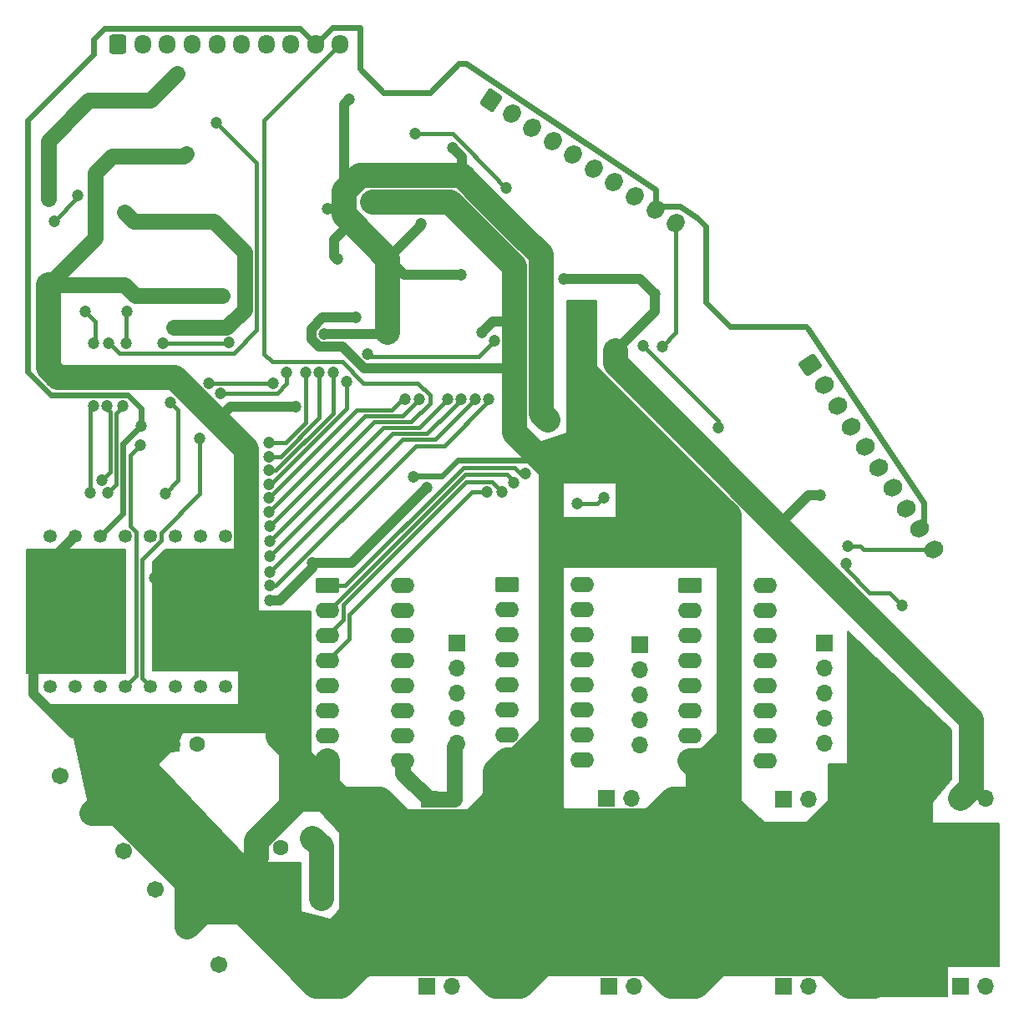
<source format=gbr>
%TF.GenerationSoftware,KiCad,Pcbnew,9.0.0*%
%TF.CreationDate,2025-12-15T13:56:06-05:00*%
%TF.ProjectId,LightDisc,4c696768-7444-4697-9363-2e6b69636164,rev?*%
%TF.SameCoordinates,Original*%
%TF.FileFunction,Copper,L2,Bot*%
%TF.FilePolarity,Positive*%
%FSLAX46Y46*%
G04 Gerber Fmt 4.6, Leading zero omitted, Abs format (unit mm)*
G04 Created by KiCad (PCBNEW 9.0.0) date 2025-12-15 13:56:06*
%MOMM*%
%LPD*%
G01*
G04 APERTURE LIST*
G04 Aperture macros list*
%AMRoundRect*
0 Rectangle with rounded corners*
0 $1 Rounding radius*
0 $2 $3 $4 $5 $6 $7 $8 $9 X,Y pos of 4 corners*
0 Add a 4 corners polygon primitive as box body*
4,1,4,$2,$3,$4,$5,$6,$7,$8,$9,$2,$3,0*
0 Add four circle primitives for the rounded corners*
1,1,$1+$1,$2,$3*
1,1,$1+$1,$4,$5*
1,1,$1+$1,$6,$7*
1,1,$1+$1,$8,$9*
0 Add four rect primitives between the rounded corners*
20,1,$1+$1,$2,$3,$4,$5,0*
20,1,$1+$1,$4,$5,$6,$7,0*
20,1,$1+$1,$6,$7,$8,$9,0*
20,1,$1+$1,$8,$9,$2,$3,0*%
%AMHorizOval*
0 Thick line with rounded ends*
0 $1 width*
0 $2 $3 position (X,Y) of the first rounded end (center of the circle)*
0 $4 $5 position (X,Y) of the second rounded end (center of the circle)*
0 Add line between two ends*
20,1,$1,$2,$3,$4,$5,0*
0 Add two circle primitives to create the rounded ends*
1,1,$1,$2,$3*
1,1,$1,$4,$5*%
G04 Aperture macros list end*
%TA.AperFunction,Conductor*%
%ADD10C,0.200000*%
%TD*%
%TA.AperFunction,ComponentPad*%
%ADD11RoundRect,0.250000X-0.600000X-0.725000X0.600000X-0.725000X0.600000X0.725000X-0.600000X0.725000X0*%
%TD*%
%TA.AperFunction,ComponentPad*%
%ADD12O,1.700000X1.950000*%
%TD*%
%TA.AperFunction,ComponentPad*%
%ADD13RoundRect,0.250000X-0.901392X-0.270402X0.097057X-0.936058X0.901392X0.270402X-0.097057X0.936058X0*%
%TD*%
%TA.AperFunction,ComponentPad*%
%ADD14HorizOval,1.700000X-0.069339X-0.104005X0.069339X0.104005X0*%
%TD*%
%TA.AperFunction,ComponentPad*%
%ADD15RoundRect,0.250000X-0.936060X0.097041X-0.270386X-0.901397X0.936060X-0.097041X0.270386X0.901397X0*%
%TD*%
%TA.AperFunction,ComponentPad*%
%ADD16HorizOval,1.700000X-0.104004X-0.069341X0.104004X0.069341X0*%
%TD*%
%TA.AperFunction,ComponentPad*%
%ADD17R,1.700000X1.700000*%
%TD*%
%TA.AperFunction,ComponentPad*%
%ADD18O,1.700000X1.700000*%
%TD*%
%TA.AperFunction,ComponentPad*%
%ADD19C,1.701800*%
%TD*%
%TA.AperFunction,ComponentPad*%
%ADD20RoundRect,0.250000X-0.950000X-0.550000X0.950000X-0.550000X0.950000X0.550000X-0.950000X0.550000X0*%
%TD*%
%TA.AperFunction,ComponentPad*%
%ADD21O,2.400000X1.600000*%
%TD*%
%TA.AperFunction,ComponentPad*%
%ADD22C,1.348000*%
%TD*%
%TA.AperFunction,ComponentPad*%
%ADD23R,1.600000X1.600000*%
%TD*%
%TA.AperFunction,ComponentPad*%
%ADD24C,1.600000*%
%TD*%
%TA.AperFunction,ViaPad*%
%ADD25C,1.200000*%
%TD*%
%TA.AperFunction,Conductor*%
%ADD26C,0.400000*%
%TD*%
%TA.AperFunction,Conductor*%
%ADD27C,1.000000*%
%TD*%
%TA.AperFunction,Conductor*%
%ADD28C,2.500000*%
%TD*%
%TA.AperFunction,Conductor*%
%ADD29C,1.600000*%
%TD*%
%TA.AperFunction,Conductor*%
%ADD30C,0.600000*%
%TD*%
G04 APERTURE END LIST*
D10*
%TO.N,GND*%
X132250000Y-86250000D02*
X122250000Y-86250000D01*
X122250000Y-73750000D01*
X132250000Y-73750000D01*
X132250000Y-86250000D01*
%TA.AperFunction,Conductor*%
G36*
X132250000Y-86250000D02*
G01*
X122250000Y-86250000D01*
X122250000Y-73750000D01*
X132250000Y-73750000D01*
X132250000Y-86250000D01*
G37*
%TD.AperFunction*%
X143750000Y-80000000D02*
X151000000Y-80000000D01*
X151000000Y-95250000D01*
X146250000Y-91250000D01*
X143750000Y-89500000D01*
X143750000Y-86000000D01*
X135000000Y-86000000D01*
X135000000Y-75000000D01*
X136250000Y-73750000D01*
X143750000Y-73750000D01*
X143750000Y-80000000D01*
%TA.AperFunction,Conductor*%
G36*
X143750000Y-80000000D02*
G01*
X151000000Y-80000000D01*
X151000000Y-95250000D01*
X146250000Y-91250000D01*
X143750000Y-89500000D01*
X143750000Y-86000000D01*
X135000000Y-86000000D01*
X135000000Y-75000000D01*
X136250000Y-73750000D01*
X143750000Y-73750000D01*
X143750000Y-80000000D01*
G37*
%TD.AperFunction*%
X147000000Y-92250000D02*
X138000000Y-92250000D01*
X137750000Y-93000000D01*
X127000000Y-92250000D01*
X124250000Y-89500000D01*
X147000000Y-89500000D01*
X147000000Y-92250000D01*
%TA.AperFunction,Conductor*%
G36*
X147000000Y-92250000D02*
G01*
X138000000Y-92250000D01*
X137750000Y-93000000D01*
X127000000Y-92250000D01*
X124250000Y-89500000D01*
X147000000Y-89500000D01*
X147000000Y-92250000D01*
G37*
%TD.AperFunction*%
X216000000Y-92000000D02*
X216000000Y-97000000D01*
X213500000Y-100000000D01*
X203500000Y-100000000D01*
X203500000Y-95500000D01*
X205500000Y-95500000D01*
X205500000Y-82000000D01*
X216000000Y-92000000D01*
%TA.AperFunction,Conductor*%
G36*
X216000000Y-92000000D02*
G01*
X216000000Y-97000000D01*
X213500000Y-100000000D01*
X203500000Y-100000000D01*
X203500000Y-95500000D01*
X205500000Y-95500000D01*
X205500000Y-82000000D01*
X216000000Y-92000000D01*
G37*
%TD.AperFunction*%
X180000000Y-54000000D02*
X177000000Y-54000000D01*
X177000000Y-48500000D01*
X180000000Y-48500000D01*
X180000000Y-54000000D01*
%TA.AperFunction,Conductor*%
G36*
X180000000Y-54000000D02*
G01*
X177000000Y-54000000D01*
X177000000Y-48500000D01*
X180000000Y-48500000D01*
X180000000Y-54000000D01*
G37*
%TD.AperFunction*%
X180000000Y-56500000D02*
X193000000Y-70500000D01*
X193000000Y-75500000D01*
X176000000Y-75500000D01*
X176000000Y-70500000D01*
X182000000Y-70500000D01*
X182000000Y-67000000D01*
X176000000Y-67000000D01*
X174000000Y-63000000D01*
X177000000Y-62000000D01*
X177000000Y-54000000D01*
X180000000Y-54000000D01*
X180000000Y-56500000D01*
%TA.AperFunction,Conductor*%
G36*
X180000000Y-56500000D02*
G01*
X193000000Y-70500000D01*
X193000000Y-75500000D01*
X176000000Y-75500000D01*
X176000000Y-70500000D01*
X182000000Y-70500000D01*
X182000000Y-67000000D01*
X176000000Y-67000000D01*
X174000000Y-63000000D01*
X177000000Y-62000000D01*
X177000000Y-54000000D01*
X180000000Y-54000000D01*
X180000000Y-56500000D01*
G37*
%TD.AperFunction*%
X214000000Y-101500000D02*
X220750000Y-101500000D01*
X220750000Y-116000000D01*
X215500000Y-116000000D01*
X215500000Y-119000000D01*
X208500000Y-119000000D01*
X209000000Y-118000000D01*
X208500000Y-117000000D01*
X205000000Y-117000000D01*
X202000000Y-114000000D01*
X202000000Y-106000000D01*
X208500000Y-100000000D01*
X209000000Y-98000000D01*
X214000000Y-93500000D01*
X214000000Y-101500000D01*
%TA.AperFunction,Conductor*%
G36*
X214000000Y-101500000D02*
G01*
X220750000Y-101500000D01*
X220750000Y-116000000D01*
X215500000Y-116000000D01*
X215500000Y-119000000D01*
X208500000Y-119000000D01*
X209000000Y-118000000D01*
X208500000Y-117000000D01*
X205000000Y-117000000D01*
X202000000Y-114000000D01*
X202000000Y-106000000D01*
X208500000Y-100000000D01*
X209000000Y-98000000D01*
X214000000Y-93500000D01*
X214000000Y-101500000D01*
G37*
%TD.AperFunction*%
X128500000Y-99500000D02*
X127000000Y-92500000D01*
X135500000Y-92500000D01*
X128500000Y-99500000D01*
%TA.AperFunction,Conductor*%
G36*
X128500000Y-99500000D02*
G01*
X127000000Y-92500000D01*
X135500000Y-92500000D01*
X128500000Y-99500000D01*
G37*
%TD.AperFunction*%
X144500000Y-105000000D02*
X140000000Y-110000000D01*
X130500000Y-99500000D01*
X135000000Y-95000000D01*
X144500000Y-105000000D01*
%TA.AperFunction,Conductor*%
G36*
X144500000Y-105000000D02*
G01*
X140000000Y-110000000D01*
X130500000Y-99500000D01*
X135000000Y-95000000D01*
X144500000Y-105000000D01*
G37*
%TD.AperFunction*%
X150000000Y-110500000D02*
X154000000Y-111500000D01*
X149500000Y-116000000D01*
X142000000Y-109500000D01*
X145500000Y-105500000D01*
X150000000Y-105500000D01*
X150000000Y-110500000D01*
%TA.AperFunction,Conductor*%
G36*
X150000000Y-110500000D02*
G01*
X154000000Y-111500000D01*
X149500000Y-116000000D01*
X142000000Y-109500000D01*
X145500000Y-105500000D01*
X150000000Y-105500000D01*
X150000000Y-110500000D01*
G37*
%TD.AperFunction*%
X197800000Y-102100000D02*
X194200000Y-102000000D01*
X194100000Y-98800000D01*
X197800000Y-102100000D01*
%TA.AperFunction,Conductor*%
G36*
X197800000Y-102100000D02*
G01*
X194200000Y-102000000D01*
X194100000Y-98800000D01*
X197800000Y-102100000D01*
G37*
%TD.AperFunction*%
X190400000Y-102200000D02*
X201600000Y-103000000D01*
X201900000Y-115300000D01*
X190400000Y-117000000D01*
X188400000Y-117200000D01*
X185600000Y-115600000D01*
X175200000Y-115300000D01*
X175500000Y-101500000D01*
X190400000Y-102200000D01*
%TA.AperFunction,Conductor*%
G36*
X190400000Y-102200000D02*
G01*
X201600000Y-103000000D01*
X201900000Y-115300000D01*
X190400000Y-117000000D01*
X188400000Y-117200000D01*
X185600000Y-115600000D01*
X175200000Y-115300000D01*
X175500000Y-101500000D01*
X190400000Y-102200000D01*
G37*
%TD.AperFunction*%
X151600000Y-97100000D02*
X151600000Y-97800000D01*
X147900000Y-99600000D01*
X147900000Y-94000000D01*
X151600000Y-97100000D01*
%TA.AperFunction,Conductor*%
G36*
X151600000Y-97100000D02*
G01*
X151600000Y-97800000D01*
X147900000Y-99600000D01*
X147900000Y-94000000D01*
X151600000Y-97100000D01*
G37*
%TD.AperFunction*%
X174400000Y-99700000D02*
X172600000Y-98100000D01*
X170600000Y-98000000D01*
X170500000Y-96300000D01*
X172400000Y-95800000D01*
X174600000Y-93800000D01*
X174400000Y-99700000D01*
%TA.AperFunction,Conductor*%
G36*
X174400000Y-99700000D02*
G01*
X172600000Y-98100000D01*
X170600000Y-98000000D01*
X170500000Y-96300000D01*
X172400000Y-95800000D01*
X174600000Y-93800000D01*
X174400000Y-99700000D01*
G37*
%TD.AperFunction*%
X192700000Y-99500000D02*
X192700000Y-100300000D01*
X191200000Y-99400000D01*
X191000000Y-96000000D01*
X192500000Y-95000000D01*
X192700000Y-99500000D01*
%TA.AperFunction,Conductor*%
G36*
X192700000Y-99500000D02*
G01*
X192700000Y-100300000D01*
X191200000Y-99400000D01*
X191000000Y-96000000D01*
X192500000Y-95000000D01*
X192700000Y-99500000D01*
G37*
%TD.AperFunction*%
X172400000Y-100000000D02*
X174300000Y-101600000D01*
X174300000Y-115700000D01*
X171700000Y-117300000D01*
X169000000Y-116900000D01*
X166700000Y-115600000D01*
X155700000Y-116000000D01*
X154110000Y-117200000D01*
X151500000Y-117200000D01*
X149600000Y-115200000D01*
X154000000Y-110200000D01*
X154000000Y-102400000D01*
X151800000Y-100100000D01*
X158000000Y-100100000D01*
X160800000Y-101800000D01*
X167200000Y-101800000D01*
X169900000Y-99800000D01*
X172400000Y-100000000D01*
%TA.AperFunction,Conductor*%
G36*
X172400000Y-100000000D02*
G01*
X174300000Y-101600000D01*
X174300000Y-115700000D01*
X171700000Y-117300000D01*
X169000000Y-116900000D01*
X166700000Y-115600000D01*
X155700000Y-116000000D01*
X154110000Y-117200000D01*
X151500000Y-117200000D01*
X149600000Y-115200000D01*
X154000000Y-110200000D01*
X154000000Y-102400000D01*
X151800000Y-100100000D01*
X158000000Y-100100000D01*
X160800000Y-101800000D01*
X167200000Y-101800000D01*
X169900000Y-99800000D01*
X172400000Y-100000000D01*
G37*
%TD.AperFunction*%
%TD*%
D11*
%TO.P,J2,1,Pin_1*%
%TO.N,Net-(J2-Pin_1)*%
X131500000Y-22500000D03*
D12*
%TO.P,J2,2,Pin_2*%
%TO.N,Net-(J2-Pin_2)*%
X134000000Y-22500000D03*
%TO.P,J2,3,Pin_3*%
%TO.N,Net-(J2-Pin_3)*%
X136500000Y-22500000D03*
%TO.P,J2,4,Pin_4*%
%TO.N,Net-(J2-Pin_4)*%
X139000000Y-22500000D03*
%TO.P,J2,5,Pin_5*%
%TO.N,Net-(J2-Pin_5)*%
X141500000Y-22500000D03*
%TO.P,J2,6,Pin_6*%
%TO.N,Net-(J2-Pin_6)*%
X144000000Y-22500000D03*
%TO.P,J2,7,Pin_7*%
%TO.N,Net-(J2-Pin_7)*%
X146500000Y-22500000D03*
%TO.P,J2,8,Pin_8*%
%TO.N,Net-(J2-Pin_8)*%
X149000000Y-22500000D03*
%TO.P,J2,9,Pin_9*%
%TO.N,3.3V*%
X151500000Y-22500000D03*
%TO.P,J2,10,Pin_10*%
%TO.N,Temp1*%
X154000000Y-22500000D03*
%TD*%
D13*
%TO.P,J12,1,Pin_1*%
%TO.N,Net-(J12-Pin_1)*%
X169319381Y-28179294D03*
D14*
%TO.P,J12,2,Pin_2*%
%TO.N,Net-(J12-Pin_2)*%
X171399484Y-29566078D03*
%TO.P,J12,3,Pin_3*%
%TO.N,Net-(J12-Pin_3)*%
X173479587Y-30952863D03*
%TO.P,J12,4,Pin_4*%
%TO.N,Net-(J12-Pin_4)*%
X175559690Y-32339647D03*
%TO.P,J12,5,Pin_5*%
%TO.N,Net-(J12-Pin_5)*%
X177639794Y-33726431D03*
%TO.P,J12,6,Pin_6*%
%TO.N,Net-(J12-Pin_6)*%
X179719897Y-35113216D03*
%TO.P,J12,7,Pin_7*%
%TO.N,Net-(J12-Pin_7)*%
X181800000Y-36500000D03*
%TO.P,J12,8,Pin_8*%
%TO.N,Net-(J12-Pin_8)*%
X183880103Y-37886784D03*
%TO.P,J12,9,Pin_9*%
%TO.N,3.3V*%
X185960206Y-39273569D03*
%TO.P,J12,10,Pin_10*%
%TO.N,Temp2*%
X188040309Y-40660353D03*
%TD*%
D15*
%TO.P,J19,1,Pin_1*%
%TO.N,Net-(J19-Pin_1)*%
X201679294Y-55019381D03*
D16*
%TO.P,J19,2,Pin_2*%
%TO.N,Net-(J19-Pin_2)*%
X203066114Y-57099461D03*
%TO.P,J19,3,Pin_3*%
%TO.N,Net-(J19-Pin_3)*%
X204452936Y-59179538D03*
%TO.P,J19,4,Pin_4*%
%TO.N,Net-(J19-Pin_4)*%
X205839756Y-61259617D03*
%TO.P,J19,5,Pin_5*%
%TO.N,Net-(J19-Pin_5)*%
X207226576Y-63339697D03*
%TO.P,J19,6,Pin_6*%
%TO.N,Net-(J19-Pin_6)*%
X208613399Y-65419776D03*
%TO.P,J19,7,Pin_7*%
%TO.N,Net-(J19-Pin_7)*%
X210000218Y-67499855D03*
%TO.P,J19,8,Pin_8*%
%TO.N,Net-(J19-Pin_8)*%
X211387038Y-69579934D03*
%TO.P,J19,9,Pin_9*%
%TO.N,3.3V*%
X212773859Y-71660012D03*
%TO.P,J19,10,Pin_10*%
%TO.N,Temp3*%
X214160681Y-73740091D03*
%TD*%
D17*
%TO.P,J20,1,Pin_1*%
%TO.N,Net-(J20-Pin_1)*%
X165875844Y-83262500D03*
D18*
%TO.P,J20,2,Pin_2*%
%TO.N,Net-(J20-Pin_2)*%
X165875844Y-85802500D03*
%TO.P,J20,3,Pin_3*%
%TO.N,Net-(J20-Pin_3)*%
X165875844Y-88342500D03*
%TO.P,J20,4,Pin_4*%
%TO.N,Net-(J20-Pin_4)*%
X165875844Y-90882500D03*
%TO.P,J20,5,Pin_5*%
%TO.N,5V*%
X165875844Y-93422500D03*
%TD*%
D17*
%TO.P,J11,1,Pin_1*%
%TO.N,Net-(J11-Pin_1)*%
X184390000Y-83350000D03*
D18*
%TO.P,J11,2,Pin_2*%
%TO.N,Net-(J11-Pin_2)*%
X184390000Y-85890000D03*
%TO.P,J11,3,Pin_3*%
%TO.N,Net-(J11-Pin_3)*%
X184390000Y-88430000D03*
%TO.P,J11,4,Pin_4*%
%TO.N,Net-(J11-Pin_4)*%
X184390000Y-90970000D03*
%TO.P,J11,5,Pin_5*%
%TO.N,5V*%
X184390000Y-93510000D03*
%TD*%
D17*
%TO.P,J14,1,Pin_1*%
%TO.N,Net-(J14-Pin_1)*%
X203120000Y-83240000D03*
D18*
%TO.P,J14,2,Pin_2*%
%TO.N,Net-(J14-Pin_2)*%
X203120000Y-85780000D03*
%TO.P,J14,3,Pin_3*%
%TO.N,Net-(J14-Pin_3)*%
X203120000Y-88320000D03*
%TO.P,J14,4,Pin_4*%
%TO.N,Net-(J14-Pin_4)*%
X203120000Y-90860000D03*
%TO.P,J14,5,Pin_5*%
%TO.N,5V*%
X203120000Y-93400000D03*
%TD*%
D19*
%TO.P,J13,1,1*%
%TO.N,24V*%
X125644247Y-96679110D03*
%TO.P,J13,2,2*%
%TO.N,GND*%
X128858185Y-100509332D03*
%TO.P,J13,3,3*%
%TO.N,Net-(U1-GPIO20)*%
X132072123Y-104339554D03*
%TO.P,J13,4,4*%
%TO.N,Net-(U1-GPIO21)*%
X135286061Y-108169777D03*
%TO.P,J13,5,5*%
%TO.N,GND*%
X138500000Y-112000000D03*
%TO.P,J13,6,6*%
%TO.N,24V*%
X141713938Y-115830222D03*
%TD*%
D17*
%TO.P,J16,1,Pin_1*%
%TO.N,GND*%
X190055000Y-118025000D03*
D18*
%TO.P,J16,2,Pin_2*%
X187515000Y-118025000D03*
%TD*%
D17*
%TO.P,J9,1,Pin_1*%
%TO.N,4V1*%
X181010000Y-98975000D03*
D18*
%TO.P,J9,2,Pin_2*%
X183550000Y-98975000D03*
%TD*%
D17*
%TO.P,J10,1,Pin_1*%
%TO.N,GND*%
X169760000Y-99000000D03*
D18*
%TO.P,J10,2,Pin_2*%
X172300000Y-99000000D03*
%TD*%
D20*
%TO.P,Q1,1*%
%TO.N,S1*%
X170890000Y-77310000D03*
D21*
%TO.P,Q1,2*%
%TO.N,S2*%
X170890000Y-79850000D03*
%TO.P,Q1,3*%
%TO.N,S3*%
X170890000Y-82390000D03*
%TO.P,Q1,4*%
%TO.N,S4*%
X170890000Y-84930000D03*
%TO.P,Q1,5*%
%TO.N,unconnected-(Q1-Pad5)*%
X170890000Y-87470000D03*
%TO.P,Q1,6*%
%TO.N,unconnected-(Q1-Pad6)*%
X170890000Y-90010000D03*
%TO.P,Q1,7*%
%TO.N,unconnected-(Q1-Pad7)*%
X170890000Y-92550000D03*
%TO.P,Q1,8,E*%
%TO.N,GND*%
X170890000Y-95090000D03*
%TO.P,Q1,9*%
%TO.N,5V*%
X178510000Y-95090000D03*
%TO.P,Q1,10*%
%TO.N,unconnected-(Q1-Pad10)*%
X178510000Y-92550000D03*
%TO.P,Q1,11*%
%TO.N,unconnected-(Q1-Pad11)*%
X178510000Y-90010000D03*
%TO.P,Q1,12*%
%TO.N,unconnected-(Q1-Pad12)*%
X178510000Y-87470000D03*
%TO.P,Q1,13*%
%TO.N,Net-(J11-Pin_4)*%
X178510000Y-84930000D03*
%TO.P,Q1,14*%
%TO.N,Net-(J11-Pin_3)*%
X178510000Y-82390000D03*
%TO.P,Q1,15*%
%TO.N,Net-(J11-Pin_2)*%
X178510000Y-79850000D03*
%TO.P,Q1,16*%
%TO.N,Net-(J11-Pin_1)*%
X178510000Y-77310000D03*
%TD*%
D17*
%TO.P,J18,1,Pin_1*%
%TO.N,GND*%
X187765000Y-99025000D03*
D18*
%TO.P,J18,2,Pin_2*%
X190305000Y-99025000D03*
%TD*%
D17*
%TO.P,J24,1,Pin_1*%
%TO.N,GND*%
X205390000Y-99000000D03*
D18*
%TO.P,J24,2,Pin_2*%
X207930000Y-99000000D03*
%TD*%
D22*
%TO.P,U1,0,GPIO0*%
%TO.N,Temp1*%
X142380000Y-72380000D03*
%TO.P,U1,1,GPIO1*%
%TO.N,Temp2*%
X139840000Y-72380000D03*
%TO.P,U1,2,GPIO2*%
%TO.N,Temp3*%
X137300000Y-72380000D03*
%TO.P,U1,3,GPIO3*%
%TO.N,unconnected-(U1-GPIO3-Pad3)*%
X134760000Y-72380000D03*
%TO.P,U1,3.3,3V3*%
%TO.N,3.3V*%
X129680000Y-72380000D03*
%TO.P,U1,4,GPIO4*%
%TO.N,unconnected-(U1-GPIO4-Pad4)*%
X132220000Y-72380000D03*
%TO.P,U1,5,GPIO5*%
%TO.N,unconnected-(U1-GPIO5-Pad5)*%
X124600000Y-87620000D03*
%TO.P,U1,5V,5V*%
%TO.N,Net-(D14-K)*%
X124600000Y-72380000D03*
%TO.P,U1,6,GPIO6*%
%TO.N,unconnected-(U1-GPIO6-Pad6)*%
X127140000Y-87620000D03*
%TO.P,U1,7,GPIO7*%
%TO.N,unconnected-(U1-GPIO7-Pad7)*%
X129680000Y-87620000D03*
%TO.P,U1,8,GPIO8*%
%TO.N,SDA*%
X132220000Y-87620000D03*
%TO.P,U1,9,GPIO9*%
%TO.N,SCL*%
X134760000Y-87620000D03*
%TO.P,U1,10,GPIO10*%
%TO.N,unconnected-(U1-GPIO10-Pad10)*%
X137300000Y-87620000D03*
%TO.P,U1,20,GPIO20*%
%TO.N,Net-(U1-GPIO20)*%
X139840000Y-87620000D03*
%TO.P,U1,21,GPIO21*%
%TO.N,Net-(U1-GPIO21)*%
X142380000Y-87620000D03*
%TO.P,U1,G,GND*%
%TO.N,GND*%
X127140000Y-72380000D03*
%TD*%
D17*
%TO.P,J5,1,Pin_1*%
%TO.N,5V*%
X163030000Y-99050000D03*
D18*
%TO.P,J5,2,Pin_2*%
X165570000Y-99050000D03*
%TD*%
D17*
%TO.P,J15,1,Pin_1*%
%TO.N,24V*%
X198975000Y-118025000D03*
D18*
%TO.P,J15,2,Pin_2*%
X201515000Y-118025000D03*
%TD*%
D23*
%TO.P,C2,1*%
%TO.N,GND*%
X145500000Y-104000000D03*
D24*
%TO.P,C2,2*%
%TO.N,5V*%
X148000000Y-104000000D03*
%TD*%
D23*
%TO.P,C1,1*%
%TO.N,GND*%
X137000000Y-93500000D03*
D24*
%TO.P,C1,2*%
%TO.N,5V*%
X139500000Y-93500000D03*
%TD*%
D20*
%TO.P,Q3,1*%
%TO.N,S9*%
X152755844Y-77380000D03*
D21*
%TO.P,Q3,2*%
%TO.N,S10*%
X152755844Y-79920000D03*
%TO.P,Q3,3*%
%TO.N,S11*%
X152755844Y-82460000D03*
%TO.P,Q3,4*%
%TO.N,S12*%
X152755844Y-85000000D03*
%TO.P,Q3,5*%
%TO.N,unconnected-(Q3-Pad5)*%
X152755844Y-87540000D03*
%TO.P,Q3,6*%
%TO.N,unconnected-(Q3-Pad6)*%
X152755844Y-90080000D03*
%TO.P,Q3,7*%
%TO.N,unconnected-(Q3-Pad7)*%
X152755844Y-92620000D03*
%TO.P,Q3,8,E*%
%TO.N,GND*%
X152755844Y-95160000D03*
%TO.P,Q3,9*%
%TO.N,5V*%
X160375844Y-95160000D03*
%TO.P,Q3,10*%
%TO.N,unconnected-(Q3-Pad10)*%
X160375844Y-92620000D03*
%TO.P,Q3,11*%
%TO.N,unconnected-(Q3-Pad11)*%
X160375844Y-90080000D03*
%TO.P,Q3,12*%
%TO.N,unconnected-(Q3-Pad12)*%
X160375844Y-87540000D03*
%TO.P,Q3,13*%
%TO.N,Net-(J20-Pin_4)*%
X160375844Y-85000000D03*
%TO.P,Q3,14*%
%TO.N,Net-(J20-Pin_3)*%
X160375844Y-82460000D03*
%TO.P,Q3,15*%
%TO.N,Net-(J20-Pin_2)*%
X160375844Y-79920000D03*
%TO.P,Q3,16*%
%TO.N,Net-(J20-Pin_1)*%
X160375844Y-77380000D03*
%TD*%
D17*
%TO.P,J6,1,Pin_1*%
%TO.N,GND*%
X151530000Y-99050000D03*
D18*
%TO.P,J6,2,Pin_2*%
X154070000Y-99050000D03*
%TD*%
D17*
%TO.P,J8,1,Pin_1*%
%TO.N,GND*%
X172260000Y-118000000D03*
D18*
%TO.P,J8,2,Pin_2*%
X169720000Y-118000000D03*
%TD*%
D17*
%TO.P,J3,1,Pin_1*%
%TO.N,24V*%
X162820000Y-118050000D03*
D18*
%TO.P,J3,2,Pin_2*%
X165360000Y-118050000D03*
%TD*%
D17*
%TO.P,J22,1,Pin_1*%
%TO.N,GND*%
X208140000Y-118000000D03*
D18*
%TO.P,J22,2,Pin_2*%
X205600000Y-118000000D03*
%TD*%
D17*
%TO.P,J23,1,Pin_1*%
%TO.N,4V3*%
X216890000Y-99000000D03*
D18*
%TO.P,J23,2,Pin_2*%
X219430000Y-99000000D03*
%TD*%
D17*
%TO.P,J17,1,Pin_1*%
%TO.N,4V2*%
X198975000Y-99025000D03*
D18*
%TO.P,J17,2,Pin_2*%
X201515000Y-99025000D03*
%TD*%
D17*
%TO.P,J4,1,Pin_1*%
%TO.N,GND*%
X154110000Y-118025000D03*
D18*
%TO.P,J4,2,Pin_2*%
X151570000Y-118025000D03*
%TD*%
D17*
%TO.P,J7,1,Pin_1*%
%TO.N,24V*%
X181220000Y-118000000D03*
D18*
%TO.P,J7,2,Pin_2*%
X183760000Y-118000000D03*
%TD*%
D17*
%TO.P,J21,1,Pin_1*%
%TO.N,24V*%
X216890000Y-118000000D03*
D18*
%TO.P,J21,2,Pin_2*%
X219430000Y-118000000D03*
%TD*%
D20*
%TO.P,Q2,1*%
%TO.N,S5*%
X189500000Y-77400000D03*
D21*
%TO.P,Q2,2*%
%TO.N,S6*%
X189500000Y-79940000D03*
%TO.P,Q2,3*%
%TO.N,S7*%
X189500000Y-82480000D03*
%TO.P,Q2,4*%
%TO.N,S8*%
X189500000Y-85020000D03*
%TO.P,Q2,5*%
%TO.N,unconnected-(Q2-Pad5)*%
X189500000Y-87560000D03*
%TO.P,Q2,6*%
%TO.N,unconnected-(Q2-Pad6)*%
X189500000Y-90100000D03*
%TO.P,Q2,7*%
%TO.N,unconnected-(Q2-Pad7)*%
X189500000Y-92640000D03*
%TO.P,Q2,8,E*%
%TO.N,GND*%
X189500000Y-95180000D03*
%TO.P,Q2,9*%
%TO.N,5V*%
X197120000Y-95180000D03*
%TO.P,Q2,10*%
%TO.N,unconnected-(Q2-Pad10)*%
X197120000Y-92640000D03*
%TO.P,Q2,11*%
%TO.N,unconnected-(Q2-Pad11)*%
X197120000Y-90100000D03*
%TO.P,Q2,12*%
%TO.N,unconnected-(Q2-Pad12)*%
X197120000Y-87560000D03*
%TO.P,Q2,13*%
%TO.N,Net-(J14-Pin_4)*%
X197120000Y-85020000D03*
%TO.P,Q2,14*%
%TO.N,Net-(J14-Pin_3)*%
X197120000Y-82480000D03*
%TO.P,Q2,15*%
%TO.N,Net-(J14-Pin_2)*%
X197120000Y-79940000D03*
%TO.P,Q2,16*%
%TO.N,Net-(J14-Pin_1)*%
X197120000Y-77400000D03*
%TD*%
D25*
%TO.N,GND*%
X178396425Y-50071412D03*
%TO.N,4V3*%
X185896600Y-47813025D03*
X202700000Y-68200000D03*
%TO.N,GND*%
X132112500Y-46900000D03*
X129176300Y-35576300D03*
X190800000Y-67700000D03*
X149500000Y-59300000D03*
X168405124Y-51705124D03*
X135200000Y-76600000D03*
X138162500Y-33862500D03*
X141550000Y-60650000D03*
X167050000Y-40150000D03*
X155626600Y-50226600D03*
X187864898Y-65037723D03*
X161400000Y-66400000D03*
X142010350Y-48010350D03*
X215418299Y-93418299D03*
X157300000Y-38500000D03*
%TO.N,4V2*%
X175100000Y-60600000D03*
X154900000Y-28100000D03*
X152400000Y-51900000D03*
X158847100Y-51700000D03*
X166300000Y-45900000D03*
X152700000Y-39200000D03*
X162200000Y-40700000D03*
X174401000Y-58600000D03*
X153700000Y-44300000D03*
X165400000Y-33000000D03*
%TO.N,4V3*%
X176658212Y-46300000D03*
X213300000Y-86300000D03*
X184650000Y-57650000D03*
X191800000Y-64800000D03*
%TO.N,Temp1*%
X146900000Y-71400000D03*
%TO.N,Temp2*%
X164900000Y-58500000D03*
X146900000Y-72900000D03*
X186650000Y-53150000D03*
%TO.N,Temp3*%
X205500000Y-73400000D03*
X146900000Y-74400000D03*
X166300003Y-58500000D03*
%TO.N,S9*%
X172800000Y-66000000D03*
%TO.N,S12*%
X168900000Y-67900000D03*
%TO.N,S11*%
X170395167Y-67900000D03*
%TO.N,S10*%
X171600000Y-67000000D03*
%TO.N,SDA*%
X140700000Y-56900000D03*
X133750000Y-63150000D03*
X147200000Y-56899000D03*
%TO.N,SCL*%
X148600000Y-55799000D03*
X141900000Y-57900000D03*
X139800000Y-62500000D03*
%TO.N,3.3V*%
X162800000Y-67500000D03*
X146900000Y-78900000D03*
X151200000Y-75100000D03*
X133800000Y-61200000D03*
%TO.N,LED1B*%
X132000000Y-59200000D03*
X132300000Y-52800000D03*
X130422846Y-67992109D03*
X132400000Y-49600000D03*
%TO.N,LED1G*%
X129825799Y-66725799D03*
X141499000Y-30500000D03*
X130400000Y-59199000D03*
X130500000Y-52800000D03*
%TO.N,LED2G*%
X151900003Y-55800000D03*
X146800000Y-64300000D03*
X161600000Y-31600000D03*
X170800000Y-37100000D03*
%TO.N,LED3G*%
X146800000Y-69900000D03*
X184700000Y-53100000D03*
X192300000Y-61400000D03*
X162000000Y-58500000D03*
%TO.N,LED2W*%
X146800000Y-67100000D03*
X154700000Y-56700000D03*
X169650000Y-52600000D03*
X156797784Y-53900057D03*
%TO.N,LED2R*%
X146800000Y-62900000D03*
X150500000Y-55800000D03*
%TO.N,LED1W*%
X136000000Y-52800000D03*
X136264921Y-68035079D03*
X142743292Y-52781395D03*
X136800000Y-58800000D03*
%TO.N,LED3B*%
X167700006Y-58500000D03*
X178000000Y-69100000D03*
X146903338Y-76000789D03*
X180700000Y-68500000D03*
%TO.N,LED2B*%
X153300006Y-55800000D03*
X146800000Y-65700000D03*
%TO.N,LED3W*%
X205300000Y-75200000D03*
X211000000Y-79400000D03*
X146856261Y-77400000D03*
X169100009Y-58500000D03*
%TO.N,LED3R*%
X146800000Y-68500000D03*
X160600000Y-58500000D03*
%TO.N,LED1R*%
X125000000Y-40436931D03*
X129000000Y-52800000D03*
X127400000Y-37800000D03*
X128200000Y-49600000D03*
X128700000Y-68000000D03*
X129000000Y-59200000D03*
%TO.N,4V1*%
X141200000Y-40500000D03*
X137100000Y-51200000D03*
X132150000Y-39550000D03*
X128500000Y-28200000D03*
X124400000Y-38200000D03*
X137500000Y-25500000D03*
X151200000Y-103000000D03*
X152100000Y-109100000D03*
%TD*%
D26*
%TO.N,Temp2*%
X188040309Y-51759691D02*
X188040309Y-40660353D01*
X186650000Y-53150000D02*
X188040309Y-51759691D01*
D27*
%TO.N,4V3*%
X184383575Y-46300000D02*
X176658212Y-46300000D01*
X185896600Y-47813025D02*
X184383575Y-46300000D01*
%TO.N,GND*%
X178500000Y-50174987D02*
X178396425Y-50071412D01*
X178500000Y-52625000D02*
X178500000Y-50174987D01*
%TO.N,4V3*%
X185896600Y-47813025D02*
X185896600Y-49603400D01*
D28*
X198350000Y-71350000D02*
X195250000Y-68250000D01*
%TO.N,GND*%
X144500000Y-84000000D02*
X144500000Y-78200000D01*
X147750000Y-87250000D02*
X144500000Y-84000000D01*
X147750000Y-92730000D02*
X147750000Y-87250000D01*
X154070000Y-99050000D02*
X147750000Y-92730000D01*
X144505000Y-78205000D02*
X144500000Y-78200000D01*
D29*
%TO.N,5V*%
X165570000Y-99050000D02*
X163030000Y-99050000D01*
X165570000Y-99050000D02*
X165570000Y-93728344D01*
X160375844Y-95160000D02*
X160375844Y-96395844D01*
X160375844Y-96395844D02*
X163030000Y-99050000D01*
X165570000Y-93728344D02*
X165875844Y-93422500D01*
D28*
%TO.N,GND*%
X207930000Y-99000000D02*
X205390000Y-99000000D01*
D29*
X172300000Y-99000000D02*
X173120000Y-99000000D01*
D27*
X122900000Y-88400000D02*
X126900000Y-92400000D01*
D28*
X144500000Y-71494796D02*
X144505000Y-71499796D01*
X172260000Y-118000000D02*
X174561000Y-115699000D01*
X190800000Y-67700000D02*
X193400000Y-70300000D01*
X167409000Y-101351000D02*
X167409000Y-115689000D01*
D29*
X137000000Y-93500000D02*
X135867517Y-93500000D01*
D28*
X201790000Y-102600000D02*
X201790000Y-105600000D01*
X167409000Y-101351000D02*
X160351552Y-101351000D01*
D30*
X165900000Y-64700000D02*
X173700000Y-64700000D01*
D29*
X130890100Y-33862500D02*
X129176300Y-35576300D01*
D28*
X192356000Y-115724000D02*
X192356000Y-104124000D01*
D27*
X168405124Y-51705124D02*
X169510248Y-50600000D01*
D28*
X171933395Y-95090000D02*
X175400000Y-91623395D01*
X128858185Y-100509332D02*
X135867517Y-93500000D01*
D27*
X213511701Y-93418299D02*
X207930000Y-99000000D01*
D28*
X170890000Y-95090000D02*
X171933395Y-95090000D01*
X154070000Y-99050000D02*
X151530000Y-99050000D01*
X171700000Y-45000000D02*
X165200000Y-38500000D01*
D29*
X129176300Y-35576300D02*
X129176300Y-42123700D01*
D28*
X145500000Y-104000000D02*
X145500000Y-105000000D01*
D27*
X126900000Y-92400000D02*
X135900000Y-92400000D01*
D28*
X193880000Y-102600000D02*
X193400000Y-102120000D01*
D30*
X161400000Y-66400000D02*
X161500000Y-66300000D01*
D28*
X141550000Y-60650000D02*
X137200000Y-56300000D01*
X205390000Y-99000000D02*
X201790000Y-102600000D01*
X187515000Y-118025000D02*
X190055000Y-118025000D01*
D30*
X161500000Y-66300000D02*
X164300000Y-66300000D01*
D28*
X176300000Y-101276000D02*
X174576000Y-101276000D01*
X202200000Y-105600000D02*
X207930000Y-99870000D01*
D29*
X124400000Y-46900000D02*
X132112500Y-46900000D01*
D28*
X191110000Y-95180000D02*
X189500000Y-95180000D01*
X125400000Y-56300000D02*
X124400000Y-55300000D01*
X154110000Y-118025000D02*
X156435000Y-115700000D01*
X192356000Y-115724000D02*
X203324000Y-115724000D01*
X169760000Y-99000000D02*
X167409000Y-101351000D01*
D27*
X151099000Y-51361108D02*
X151099000Y-52438892D01*
D28*
X185514000Y-115374000D02*
X185189000Y-115699000D01*
X171700000Y-61900000D02*
X171700000Y-55400000D01*
X144045000Y-110500000D02*
X140000000Y-110500000D01*
X169720000Y-118000000D02*
X172260000Y-118000000D01*
X193400000Y-102120000D02*
X193400000Y-92890000D01*
X144505000Y-71499796D02*
X144505000Y-73260204D01*
D27*
X135900000Y-92400000D02*
X137000000Y-93500000D01*
D28*
X185514000Y-101276000D02*
X176300000Y-101276000D01*
X169760000Y-99000000D02*
X169760000Y-96220000D01*
X201790000Y-105600000D02*
X201790000Y-114190000D01*
D29*
X154070000Y-99050000D02*
X155005000Y-99050000D01*
D28*
X193400000Y-92890000D02*
X191110000Y-95180000D01*
D29*
X138162500Y-33862500D02*
X138425000Y-33600000D01*
X142010350Y-48010350D02*
X133222850Y-48010350D01*
X138162500Y-33862500D02*
X130890100Y-33862500D01*
D28*
X187765000Y-99025000D02*
X190305000Y-99025000D01*
X144500000Y-63600000D02*
X144500000Y-71494796D01*
X138500000Y-112000000D02*
X138500000Y-107512052D01*
X169760000Y-96220000D02*
X170890000Y-95090000D01*
D29*
X133222850Y-48010350D02*
X132112500Y-46900000D01*
X129176300Y-42123700D02*
X124400000Y-46900000D01*
D28*
X175400000Y-65600000D02*
X171700000Y-61900000D01*
D27*
X155626600Y-50226600D02*
X152233508Y-50226600D01*
D28*
X144045000Y-110500000D02*
X151570000Y-118025000D01*
X174576000Y-101276000D02*
X172300000Y-99000000D01*
D27*
X151861108Y-53201000D02*
X154258835Y-53201000D01*
D28*
X165200000Y-38500000D02*
X157300000Y-38500000D01*
X156435000Y-115700000D02*
X167420000Y-115700000D01*
D27*
X169510248Y-50600000D02*
X171700000Y-50600000D01*
D28*
X145500000Y-103316605D02*
X149766605Y-99050000D01*
D27*
X122900000Y-76620000D02*
X122900000Y-88400000D01*
D28*
X152755844Y-95160000D02*
X152755844Y-97735844D01*
X158050552Y-99050000D02*
X154070000Y-99050000D01*
X138500000Y-107512052D02*
X131497280Y-100509332D01*
X190305000Y-95985000D02*
X189500000Y-95180000D01*
X137200000Y-56300000D02*
X125400000Y-56300000D01*
X175400000Y-91623395D02*
X175400000Y-65600000D01*
X145500000Y-104000000D02*
X145500000Y-103316605D01*
X167409000Y-115689000D02*
X167420000Y-115700000D01*
X151570000Y-118025000D02*
X154110000Y-118025000D01*
X160351552Y-101351000D02*
X158050552Y-99050000D01*
D27*
X142900000Y-59300000D02*
X141550000Y-60650000D01*
X156457835Y-55400000D02*
X171700000Y-55400000D01*
D28*
X205600000Y-118000000D02*
X208140000Y-118000000D01*
X193880000Y-102600000D02*
X190305000Y-99025000D01*
X175400000Y-91623395D02*
X175400000Y-100376000D01*
X190800000Y-67700000D02*
X178438213Y-55338213D01*
D27*
X152233508Y-50226600D02*
X151099000Y-51361108D01*
D28*
X203324000Y-115724000D02*
X205600000Y-118000000D01*
X124400000Y-55300000D02*
X124400000Y-46900000D01*
X185189000Y-115699000D02*
X187515000Y-118025000D01*
X167420000Y-115700000D02*
X169720000Y-118000000D01*
X201790000Y-102600000D02*
X193880000Y-102600000D01*
X193400000Y-70300000D02*
X193400000Y-92890000D01*
X189508000Y-101276000D02*
X192356000Y-104124000D01*
X185514000Y-101276000D02*
X189508000Y-101276000D01*
X174561000Y-115699000D02*
X185189000Y-115699000D01*
X141550000Y-60650000D02*
X144500000Y-63600000D01*
X192356000Y-104124000D02*
X193880000Y-102600000D01*
D27*
X154258835Y-53201000D02*
X156457835Y-55400000D01*
D28*
X149766605Y-99050000D02*
X151530000Y-99050000D01*
X169760000Y-99000000D02*
X172300000Y-99000000D01*
D27*
X135200000Y-76600000D02*
X136800000Y-78200000D01*
D28*
X174576000Y-101276000D02*
X174576000Y-115684000D01*
X171700000Y-50600000D02*
X171700000Y-45000000D01*
D27*
X215418299Y-93418299D02*
X213511701Y-93418299D01*
X127140000Y-72380000D02*
X122900000Y-76620000D01*
D28*
X131497280Y-100509332D02*
X128858185Y-100509332D01*
X201790000Y-114190000D02*
X203324000Y-115724000D01*
X140000000Y-110500000D02*
X138500000Y-112000000D01*
X190305000Y-99025000D02*
X190305000Y-95985000D01*
X175400000Y-100376000D02*
X176300000Y-101276000D01*
D27*
X149500000Y-59300000D02*
X142900000Y-59300000D01*
D28*
X174576000Y-115684000D02*
X174561000Y-115699000D01*
X187765000Y-99025000D02*
X185514000Y-101276000D01*
X185514000Y-101276000D02*
X185514000Y-115374000D01*
D27*
X136800000Y-78200000D02*
X144500000Y-78200000D01*
D30*
X164300000Y-66300000D02*
X165900000Y-64700000D01*
D28*
X145500000Y-105000000D02*
X138500000Y-112000000D01*
X190055000Y-118025000D02*
X192356000Y-115724000D01*
X152755844Y-97735844D02*
X154070000Y-99050000D01*
D27*
X151099000Y-52438892D02*
X151861108Y-53201000D01*
D28*
X144505000Y-73260204D02*
X144500000Y-73265204D01*
X144500000Y-73265204D02*
X144500000Y-78200000D01*
X171700000Y-55400000D02*
X171700000Y-50600000D01*
X207930000Y-99870000D02*
X207930000Y-99000000D01*
X201790000Y-105600000D02*
X202200000Y-105600000D01*
D27*
%TO.N,4V2*%
X160500000Y-45900000D02*
X158847100Y-44247100D01*
X153400000Y-44000000D02*
X153400000Y-42300000D01*
D28*
X158847100Y-44247100D02*
X155150000Y-40550000D01*
X174401000Y-56518791D02*
X174401000Y-54281209D01*
X173600000Y-43080210D02*
X172818790Y-42299000D01*
X166318790Y-35799000D02*
X156001000Y-35799000D01*
D27*
X166318790Y-33918790D02*
X166318790Y-35799000D01*
X165400000Y-33000000D02*
X166318790Y-33918790D01*
D28*
X154400000Y-39800000D02*
X155150000Y-40550000D01*
X174401000Y-43881210D02*
X173600000Y-43080210D01*
X156001000Y-35799000D02*
X154400000Y-37400000D01*
D27*
X162200000Y-40894200D02*
X158847100Y-44247100D01*
X154400000Y-28600000D02*
X154900000Y-28100000D01*
X166300000Y-45900000D02*
X160500000Y-45900000D01*
X153400000Y-42300000D02*
X155150000Y-40550000D01*
D28*
X167901000Y-37381210D02*
X167901000Y-37381209D01*
X172818790Y-42299000D02*
X172818791Y-42299000D01*
X166318791Y-35799000D02*
X166318790Y-35799000D01*
X174401000Y-59901000D02*
X174401000Y-56518791D01*
D27*
X152700000Y-39200000D02*
X153800000Y-39200000D01*
D28*
X174401000Y-46118790D02*
X174401000Y-43881209D01*
X154400000Y-37400000D02*
X154400000Y-39800000D01*
D27*
X154400000Y-39800000D02*
X154400000Y-28600000D01*
X152400000Y-51900000D02*
X158647100Y-51900000D01*
D28*
X158847100Y-51700000D02*
X158847100Y-44247100D01*
X174401000Y-49481209D02*
X174401000Y-46118790D01*
X167901000Y-37381209D02*
X166318791Y-35799000D01*
X174401000Y-51718791D02*
X174401000Y-49481209D01*
X172818791Y-42299000D02*
X167901000Y-37381210D01*
D27*
X162200000Y-40700000D02*
X162200000Y-40894200D01*
D28*
X175100000Y-60600000D02*
X174401000Y-59901000D01*
X174401000Y-54281209D02*
X174401000Y-51718791D01*
D27*
X153700000Y-44300000D02*
X153400000Y-44000000D01*
X158647100Y-51900000D02*
X158847100Y-51700000D01*
D28*
X174401000Y-43881209D02*
X174401000Y-43881210D01*
%TO.N,4V3*%
X195250000Y-68250000D02*
X191800000Y-64800000D01*
X218000000Y-91000000D02*
X198350000Y-71350000D01*
D27*
X185896600Y-49603400D02*
X181900000Y-53600000D01*
D28*
X218000000Y-97890000D02*
X218000000Y-91000000D01*
X181900000Y-54900000D02*
X181900000Y-53600000D01*
X191800000Y-64800000D02*
X181900000Y-54900000D01*
X216890000Y-99000000D02*
X218000000Y-97890000D01*
D26*
%TO.N,Temp1*%
X161900000Y-56900000D02*
X163100000Y-58100000D01*
X161200000Y-60800000D02*
X160565570Y-60800000D01*
X159747884Y-60802000D02*
X157498000Y-60802000D01*
X147100000Y-54700000D02*
X154200000Y-54700000D01*
X159748884Y-60801000D02*
X159747884Y-60802000D01*
X157498000Y-60802000D02*
X146900000Y-71400000D01*
X146300000Y-30200000D02*
X146300000Y-53900000D01*
X160565570Y-60800000D02*
X160564570Y-60801000D01*
X163100000Y-58900000D02*
X161200000Y-60800000D01*
X160564570Y-60801000D02*
X159748884Y-60801000D01*
X146300000Y-53900000D02*
X147100000Y-54700000D01*
X154000000Y-22500000D02*
X146300000Y-30200000D01*
X154200000Y-54700000D02*
X156400000Y-56900000D01*
X156400000Y-56900000D02*
X161900000Y-56900000D01*
X163100000Y-58100000D02*
X163100000Y-58900000D01*
%TO.N,Temp2*%
X159997826Y-61402000D02*
X159996826Y-61403000D01*
X158503174Y-61403000D02*
X158397000Y-61403000D01*
X161448942Y-61401000D02*
X160951058Y-61401000D01*
X164501000Y-58914628D02*
X163914628Y-59501000D01*
X159498942Y-61403000D02*
X159001058Y-61403000D01*
X159996826Y-61403000D02*
X159498942Y-61403000D01*
X162015628Y-61400000D02*
X161449942Y-61400000D01*
X159001058Y-61403000D02*
X158503174Y-61403000D01*
X164900000Y-58500000D02*
X164900000Y-58515628D01*
X161449942Y-61400000D02*
X161448942Y-61401000D01*
X158397000Y-61403000D02*
X146900000Y-72900000D01*
X160814512Y-61401000D02*
X160813512Y-61402000D01*
X160951058Y-61401000D02*
X160814512Y-61401000D01*
X160315628Y-61402000D02*
X159997826Y-61402000D01*
X160813512Y-61402000D02*
X160315628Y-61402000D01*
X164900000Y-58515628D02*
X164501000Y-58914628D01*
X163914628Y-59501000D02*
X162015628Y-61400000D01*
%TO.N,Temp3*%
X159296000Y-62004000D02*
X159747884Y-62004000D01*
X161062454Y-62003000D02*
X161063454Y-62002000D01*
X162264570Y-62001000D02*
X162265570Y-62000000D01*
X161697884Y-62002000D02*
X161698884Y-62001000D01*
X162815628Y-62000000D02*
X165314628Y-59501000D01*
X161698884Y-62001000D02*
X161766686Y-62001000D01*
X161766686Y-62001000D02*
X162264570Y-62001000D01*
X160564570Y-62003000D02*
X161062454Y-62003000D01*
X159747884Y-62004000D02*
X160245768Y-62004000D01*
X165314628Y-59501000D02*
X165901000Y-58914628D01*
X166300003Y-58515625D02*
X166300003Y-58500000D01*
X162265570Y-62000000D02*
X162815628Y-62000000D01*
X160246768Y-62003000D02*
X160564570Y-62003000D01*
X165901000Y-58914628D02*
X166300003Y-58515625D01*
X206700000Y-73400000D02*
X207040091Y-73740091D01*
X161063454Y-62002000D02*
X161200000Y-62002000D01*
X205500000Y-73400000D02*
X206700000Y-73400000D01*
X160245768Y-62004000D02*
X160246768Y-62003000D01*
X146900000Y-74400000D02*
X159296000Y-62004000D01*
X161200000Y-62002000D02*
X161697884Y-62002000D01*
X207040091Y-73740091D02*
X214160680Y-73740091D01*
%TO.N,S9*%
X171700000Y-65400000D02*
X166500000Y-65400000D01*
X166500000Y-65400000D02*
X154520000Y-77380000D01*
X171700000Y-65400000D02*
X172300000Y-66000000D01*
X154520000Y-77380000D02*
X152755844Y-77380000D01*
X172300000Y-66000000D02*
X172800000Y-66000000D01*
%TO.N,S12*%
X168900000Y-67900000D02*
X167400000Y-67900000D01*
X154957844Y-82798000D02*
X152755844Y-85000000D01*
X167400000Y-67900000D02*
X154957844Y-80342156D01*
X154957844Y-80342156D02*
X154957844Y-82798000D01*
%TO.N,S11*%
X169411431Y-66900000D02*
X166800000Y-66900000D01*
X154356844Y-80859000D02*
X152755844Y-82460000D01*
X170395167Y-67883736D02*
X169411431Y-66900000D01*
X154356844Y-79343156D02*
X154356844Y-80859000D01*
X170395167Y-67900000D02*
X170395167Y-67883736D01*
X166800000Y-66900000D02*
X154356844Y-79343156D01*
%TO.N,S10*%
X166700000Y-66100000D02*
X152880000Y-79920000D01*
X170900000Y-66100000D02*
X166700000Y-66100000D01*
X171600000Y-67000000D02*
X171600000Y-66800000D01*
X171600000Y-66800000D02*
X170900000Y-66100000D01*
X152880000Y-79920000D02*
X152755844Y-79920000D01*
%TO.N,SDA*%
X133295000Y-86545000D02*
X132220000Y-87620000D01*
X140701000Y-56899000D02*
X140700000Y-56900000D01*
X133750000Y-63150000D02*
X132699000Y-64201000D01*
X132699000Y-64201000D02*
X132699000Y-71338720D01*
X132699000Y-71338720D02*
X133295000Y-71934720D01*
X147200000Y-56899000D02*
X140701000Y-56899000D01*
X133295000Y-71934720D02*
X133295000Y-86545000D01*
%TO.N,SCL*%
X133900000Y-74760280D02*
X133900000Y-86760000D01*
X148600000Y-56914628D02*
X148600000Y-55799000D01*
X141900000Y-57900000D02*
X147614628Y-57900000D01*
X135835000Y-72825280D02*
X133900000Y-74760280D01*
X139800000Y-68100000D02*
X135835000Y-72065000D01*
X139800000Y-62500000D02*
X139800000Y-68100000D01*
X147614628Y-57900000D02*
X148600000Y-56914628D01*
X133900000Y-86760000D02*
X134760000Y-87620000D01*
X135835000Y-72065000D02*
X135835000Y-72825280D01*
D30*
%TO.N,3.3V*%
X151500000Y-22500000D02*
X153199000Y-20801000D01*
X149900000Y-20900000D02*
X130100000Y-20900000D01*
X163100000Y-27400000D02*
X166018143Y-24481857D01*
X122300000Y-55676288D02*
X124722712Y-58099000D01*
X213200000Y-68994023D02*
X213200000Y-71233871D01*
X191100000Y-48700000D02*
X193500000Y-51100000D01*
X131998000Y-63002000D02*
X131998000Y-70062000D01*
X156000000Y-25000000D02*
X158400000Y-27400000D01*
D27*
X155200000Y-75100000D02*
X151200000Y-75100000D01*
X146900000Y-78900000D02*
X147900000Y-78900000D01*
D30*
X130100000Y-20900000D02*
X129000000Y-22000000D01*
X151500000Y-22500000D02*
X149900000Y-20900000D01*
D27*
X162800000Y-67500000D02*
X155200000Y-75100000D01*
D30*
X133800000Y-61200000D02*
X131998000Y-63002000D01*
X158400000Y-27400000D02*
X163100000Y-27400000D01*
X129000000Y-23500000D02*
X122300000Y-30200000D01*
X185960206Y-37269486D02*
X185960206Y-39273569D01*
X122300000Y-30200000D02*
X122300000Y-55676288D01*
X166018143Y-24481857D02*
X166778762Y-24481857D01*
X193500000Y-51100000D02*
X201205977Y-51100000D01*
X132456050Y-58099000D02*
X133800000Y-59442950D01*
X153199000Y-20801000D02*
X156000000Y-20801000D01*
X166778762Y-24481857D02*
X185960206Y-37269486D01*
D27*
X147900000Y-78900000D02*
X151200000Y-75600000D01*
D30*
X131998000Y-70062000D02*
X129680000Y-72380000D01*
D27*
X151200000Y-75600000D02*
X151200000Y-75100000D01*
D30*
X201400001Y-51294024D02*
X213200000Y-68994023D01*
X201205977Y-51100000D02*
X201400001Y-51294024D01*
X213200000Y-71233871D02*
X212773859Y-71660012D01*
X190188045Y-40088045D02*
X191100000Y-41000000D01*
X188405977Y-38900000D02*
X190188045Y-40088045D01*
X156000000Y-20801000D02*
X156000000Y-25000000D01*
X124722712Y-58099000D02*
X132456050Y-58099000D01*
X186333775Y-38900000D02*
X188405977Y-38900000D01*
X191100000Y-41000000D02*
X191100000Y-48700000D01*
X133800000Y-59442950D02*
X133800000Y-61200000D01*
X129000000Y-22000000D02*
X129000000Y-23500000D01*
D26*
%TO.N,LED1B*%
X132000000Y-59200000D02*
X131300000Y-59900000D01*
X131300000Y-59900000D02*
X131300000Y-62708636D01*
X132300000Y-49700000D02*
X132400000Y-49600000D01*
X132300000Y-52800000D02*
X132300000Y-49700000D01*
X131297000Y-63292364D02*
X131297000Y-67117955D01*
X131300000Y-62708636D02*
X131297000Y-62711636D01*
X131297000Y-67117955D02*
X130422846Y-67992109D01*
X131297000Y-62711636D02*
X131297000Y-63292364D01*
%TO.N,LED1G*%
X130400000Y-59500000D02*
X130699000Y-59799000D01*
X130400000Y-59199000D02*
X130400000Y-59500000D01*
X143200000Y-53800000D02*
X145501000Y-51499000D01*
X145501000Y-51499000D02*
X145501000Y-34502000D01*
X130600000Y-52800000D02*
X131600000Y-53800000D01*
X130500000Y-52800000D02*
X130600000Y-52800000D01*
X130696000Y-65855598D02*
X129825799Y-66725799D01*
X130699000Y-62459694D02*
X130696000Y-62462694D01*
X131600000Y-53800000D02*
X143200000Y-53800000D01*
X145501000Y-34502000D02*
X141499000Y-30500000D01*
X130699000Y-59799000D02*
X130699000Y-62459694D01*
X130696000Y-62462694D02*
X130696000Y-65855598D01*
%TO.N,LED2G*%
X148000000Y-64300000D02*
X146800000Y-64300000D01*
X170100000Y-36400000D02*
X170100000Y-36284372D01*
X165415628Y-31600000D02*
X161600000Y-31600000D01*
X151900003Y-60399997D02*
X148000000Y-64300000D01*
X170100000Y-36284372D02*
X165415628Y-31600000D01*
X170800000Y-37100000D02*
X170100000Y-36400000D01*
X151900003Y-55800000D02*
X151900003Y-60399997D01*
%TO.N,LED3G*%
X161014628Y-59501000D02*
X161601000Y-58914628D01*
X162000000Y-58515628D02*
X162000000Y-58500000D01*
X147214628Y-69501000D02*
X147801000Y-68914628D01*
X147801000Y-68899000D02*
X156499000Y-60201000D01*
X159499942Y-60200000D02*
X160315628Y-60200000D01*
X147199000Y-69501000D02*
X147214628Y-69501000D01*
X146800000Y-69900000D02*
X147199000Y-69501000D01*
X184700000Y-53100000D02*
X192300000Y-60700000D01*
X160315628Y-60200000D02*
X161014628Y-59501000D01*
X156499000Y-60201000D02*
X159001058Y-60201000D01*
X159498942Y-60201000D02*
X159499942Y-60200000D01*
X192300000Y-60700000D02*
X192300000Y-61400000D01*
X159001058Y-60201000D02*
X159498942Y-60201000D01*
X161601000Y-58914628D02*
X162000000Y-58515628D01*
X147801000Y-68914628D02*
X147801000Y-68899000D01*
%TO.N,LED2W*%
X147000000Y-67100000D02*
X146800000Y-67100000D01*
X154700000Y-59400000D02*
X147000000Y-67100000D01*
X168050000Y-54200000D02*
X169650000Y-52600000D01*
X154700000Y-56700000D02*
X154700000Y-59400000D01*
X157097727Y-54200000D02*
X168050000Y-54200000D01*
X156797784Y-53900057D02*
X157097727Y-54200000D01*
%TO.N,LED2R*%
X148500000Y-62900000D02*
X146800000Y-62900000D01*
X150500000Y-55800000D02*
X150500000Y-60900000D01*
X150500000Y-60900000D02*
X148500000Y-62900000D01*
%TO.N,LED1W*%
X137600000Y-59600000D02*
X137600000Y-66700000D01*
X136800000Y-58800000D02*
X137600000Y-59600000D01*
X142743292Y-52781395D02*
X142724687Y-52800000D01*
X142724687Y-52800000D02*
X142000000Y-52800000D01*
X136300000Y-52800000D02*
X136000000Y-52800000D01*
X142724687Y-52800000D02*
X136000000Y-52800000D01*
X137600000Y-66700000D02*
X136264921Y-68035079D01*
%TO.N,LED3B*%
X162514512Y-62601000D02*
X163064570Y-62601000D01*
X146903338Y-76000789D02*
X160299127Y-62605000D01*
X163065570Y-62600000D02*
X163615631Y-62600000D01*
X160299127Y-62605000D02*
X160494710Y-62605000D01*
X161947826Y-62602000D02*
X162513512Y-62602000D01*
X160495710Y-62604000D02*
X161311396Y-62604000D01*
X178000000Y-69100000D02*
X180100000Y-69100000D01*
X180100000Y-69100000D02*
X180700000Y-68500000D01*
X161311396Y-62604000D02*
X161312396Y-62603000D01*
X163615631Y-62600000D02*
X167700006Y-58515625D01*
X167700006Y-58515625D02*
X167700006Y-58500000D01*
X163064570Y-62601000D02*
X163065570Y-62600000D01*
X162513512Y-62602000D02*
X162514512Y-62601000D01*
X160494710Y-62605000D02*
X160495710Y-62604000D01*
X161946826Y-62603000D02*
X161947826Y-62602000D01*
X161312396Y-62603000D02*
X161946826Y-62603000D01*
%TO.N,LED2B*%
X153300006Y-59899994D02*
X147500000Y-65700000D01*
X153300006Y-55800000D02*
X153300006Y-59899994D01*
X147500000Y-65700000D02*
X146800000Y-65700000D01*
%TO.N,LED3W*%
X162195768Y-63204000D02*
X162196768Y-63203000D01*
X161697884Y-63204000D02*
X162195768Y-63204000D01*
X147484372Y-77400000D02*
X161680372Y-63204000D01*
X207684372Y-78100000D02*
X205300000Y-75715628D01*
X162762454Y-63203000D02*
X162763454Y-63202000D01*
X163864573Y-63201000D02*
X163865573Y-63200000D01*
X209700000Y-78100000D02*
X207684372Y-78100000D01*
X205300000Y-75715628D02*
X205300000Y-75200000D01*
X162815628Y-63202000D02*
X163313512Y-63202000D01*
X162264570Y-63203000D02*
X162762454Y-63203000D01*
X169100009Y-58699991D02*
X169100009Y-58500000D01*
X162196768Y-63203000D02*
X162264570Y-63203000D01*
X164600000Y-63200000D02*
X169100009Y-58699991D01*
X211000000Y-79400000D02*
X209700000Y-78100000D01*
X163366689Y-63201000D02*
X163864573Y-63201000D01*
X163314512Y-63201000D02*
X163366689Y-63201000D01*
X163865573Y-63200000D02*
X164600000Y-63200000D01*
X146856261Y-77400000D02*
X147484372Y-77400000D01*
X163313512Y-63202000D02*
X163314512Y-63201000D01*
X161680372Y-63204000D02*
X161697884Y-63204000D01*
X162763454Y-63202000D02*
X162815628Y-63202000D01*
%TO.N,LED3R*%
X159250000Y-59600000D02*
X155700000Y-59600000D01*
X160350000Y-58500000D02*
X159250000Y-59600000D01*
X147801000Y-67499000D02*
X147801000Y-67514628D01*
X155700000Y-59600000D02*
X147801000Y-67499000D01*
X147214628Y-68101000D02*
X147199000Y-68101000D01*
X160600000Y-58500000D02*
X160350000Y-58500000D01*
X147199000Y-68101000D02*
X146800000Y-68500000D01*
X147801000Y-67514628D02*
X147214628Y-68101000D01*
%TO.N,LED1R*%
X129200000Y-50600000D02*
X129200000Y-52600000D01*
X129000000Y-59200000D02*
X128700000Y-59500000D01*
X129200000Y-52600000D02*
X129000000Y-52800000D01*
X128200000Y-49600000D02*
X129200000Y-50600000D01*
X128700000Y-59500000D02*
X128700000Y-68000000D01*
X127400000Y-37800000D02*
X127400000Y-38036931D01*
X127400000Y-38036931D02*
X125000000Y-40436931D01*
D29*
%TO.N,4V1*%
X142500000Y-51200000D02*
X144300000Y-49400000D01*
X134800000Y-28200000D02*
X137500000Y-25500000D01*
X133100000Y-40500000D02*
X141200000Y-40500000D01*
X132150000Y-39550000D02*
X133100000Y-40500000D01*
X124400000Y-32300000D02*
X128500000Y-28200000D01*
X144300000Y-43600000D02*
X141200000Y-40500000D01*
X128500000Y-28200000D02*
X134800000Y-28200000D01*
D28*
X152100000Y-103900000D02*
X151200000Y-103000000D01*
X152100000Y-109100000D02*
X152100000Y-103900000D01*
D29*
X144300000Y-49400000D02*
X144300000Y-43600000D01*
X137100000Y-51200000D02*
X142500000Y-51200000D01*
X124400000Y-38200000D02*
X124400000Y-32300000D01*
D27*
%TO.N,4V3*%
X201500000Y-68200000D02*
X198350000Y-71350000D01*
X202700000Y-68200000D02*
X201500000Y-68200000D01*
%TD*%
M02*

</source>
